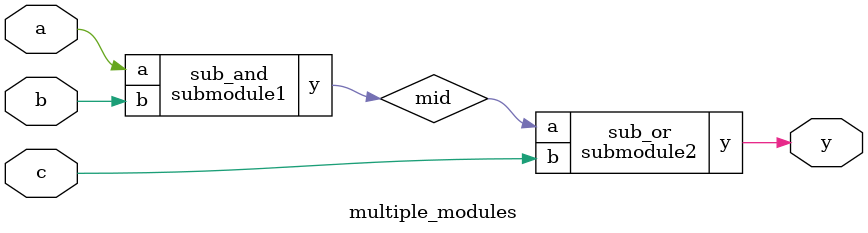
<source format=v>
module submodule1(a,b,y);
input a,b;
output y;
assign y=a&b;
endmodule

module submodule2(a,b,y);
input a,b;
output y;
assign y=a|b;
endmodule

module multiple_modules(a,b,c,y);
input a,b,c;
output y;
wire mid;
submodule1 sub_and(a,b,mid);
submodule2 sub_or(mid,c,y);
endmodule

</source>
